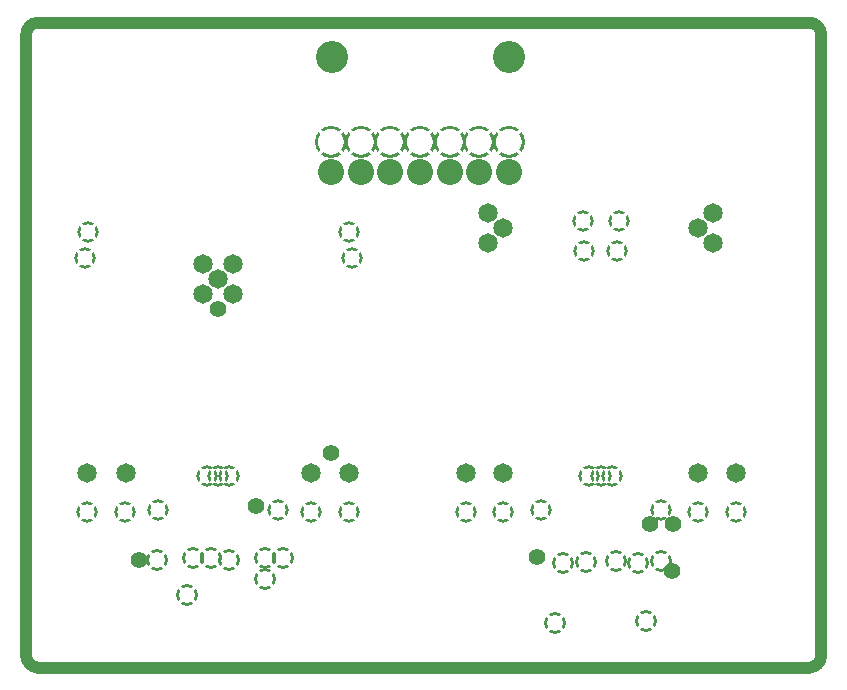
<source format=gbr>
%TF.GenerationSoftware,Altium Limited,Altium Designer,24.1.2 (44)*%
G04 Layer_Physical_Order=3*
G04 Layer_Color=128*
%FSLAX45Y45*%
%MOMM*%
%TF.SameCoordinates,52D7BD39-7FF0-4AB0-A2C0-E3239692A872*%
%TF.FilePolarity,Negative*%
%TF.FileFunction,Copper,L3,Inr,Plane*%
%TF.Part,Single*%
G01*
G75*
%TA.AperFunction,NonConductor*%
%ADD37C,1.01600*%
%TA.AperFunction,ComponentPad*%
%ADD38C,2.21600*%
G04:AMPARAMS|DCode=39|XSize=2.724mm|YSize=2.724mm|CornerRadius=0mm|HoleSize=0mm|Usage=FLASHONLY|Rotation=0.000|XOffset=0mm|YOffset=0mm|HoleType=Round|Shape=Relief|Width=0.254mm|Gap=0.254mm|Entries=4|*
%AMTHD39*
7,0,0,2.72400,2.21600,0.25400,45*
%
%ADD39THD39*%
%ADD40C,2.71600*%
%TA.AperFunction,ViaPad*%
G04:AMPARAMS|DCode=41|XSize=1.905mm|YSize=1.905mm|CornerRadius=0mm|HoleSize=0mm|Usage=FLASHONLY|Rotation=0.000|XOffset=0mm|YOffset=0mm|HoleType=Round|Shape=Relief|Width=0.254mm|Gap=0.254mm|Entries=4|*
%AMTHD41*
7,0,0,1.90500,1.39700,0.25400,45*
%
%ADD41THD41*%
G04:AMPARAMS|DCode=42|XSize=1.8288mm|YSize=1.8288mm|CornerRadius=0mm|HoleSize=0mm|Usage=FLASHONLY|Rotation=0.000|XOffset=0mm|YOffset=0mm|HoleType=Round|Shape=Relief|Width=0.254mm|Gap=0.254mm|Entries=4|*
%AMTHD42*
7,0,0,1.82880,1.32080,0.25400,45*
%
%ADD42THD42*%
%ADD43C,1.65100*%
%ADD44C,1.39700*%
G04:AMPARAMS|DCode=45|XSize=1.824mm|YSize=1.824mm|CornerRadius=0mm|HoleSize=0mm|Usage=FLASHONLY|Rotation=0.000|XOffset=0mm|YOffset=0mm|HoleType=Round|Shape=Relief|Width=0.254mm|Gap=0.254mm|Entries=4|*
%AMTHD45*
7,0,0,1.82400,1.31600,0.25400,45*
%
%ADD45THD45*%
D37*
X9550400Y5905500D02*
G03*
X9652000Y5803900I101600J0D01*
G01*
X16179800D02*
G03*
X16281400Y5905500I0J101600D01*
G01*
Y11163300D02*
G03*
X16179800Y11264900I-101600J0D01*
G01*
X9652000D02*
G03*
X9550400Y11163300I0J-101600D01*
G01*
X9652000Y5803900D02*
X16179800D01*
X16281400Y5905500D02*
Y11163300D01*
X9652000Y11264900D02*
X16179800D01*
X9550400Y5905500D02*
Y11163300D01*
D38*
X12134800Y10000300D02*
D03*
X12384800D02*
D03*
X12634800D02*
D03*
X12884801D02*
D03*
X13134801D02*
D03*
X13384801D02*
D03*
X13634801D02*
D03*
D39*
X12134800Y10250300D02*
D03*
X12384800D02*
D03*
X12634800D02*
D03*
X12884801D02*
D03*
X13134801D02*
D03*
X13384801D02*
D03*
X13634801D02*
D03*
D40*
X13639799Y10972800D02*
D03*
X12142300D02*
D03*
D41*
X14795500Y6197600D02*
D03*
X14030991Y6183686D02*
D03*
X14922501Y6708100D02*
D03*
X14732001Y6688100D02*
D03*
X14097000D02*
D03*
X14287500Y6700750D02*
D03*
X14541499Y6705600D02*
D03*
X10655300Y6718300D02*
D03*
X10960100Y6730950D02*
D03*
X11112500Y6735800D02*
D03*
X11264900Y6718300D02*
D03*
X11570025Y6733300D02*
D03*
X11722100Y6735800D02*
D03*
X11569700Y6553200D02*
D03*
X10915700Y6419850D02*
D03*
D42*
X15239999Y7124700D02*
D03*
X12281300Y9491226D02*
D03*
X14922501Y7140599D02*
D03*
X14262801Y9588500D02*
D03*
X14274800Y9334500D02*
D03*
X14554201D02*
D03*
X14566200Y9588500D02*
D03*
X15557500Y7124700D02*
D03*
X13271500D02*
D03*
X13589000D02*
D03*
X13906500Y7139700D02*
D03*
X10067549Y7124700D02*
D03*
X10390275D02*
D03*
X10668000Y7139700D02*
D03*
X11684000D02*
D03*
X11961725Y7124700D02*
D03*
X12284451D02*
D03*
X10045700Y9271000D02*
D03*
X10070700Y9491225D02*
D03*
X12306300Y9271000D02*
D03*
D43*
X15241675Y7454900D02*
D03*
X15559175D02*
D03*
X13590675D02*
D03*
X13273175D02*
D03*
X10391949D02*
D03*
X10069224D02*
D03*
X11963400D02*
D03*
X12280900D02*
D03*
X11303000Y9220200D02*
D03*
X11049000D02*
D03*
X11176000Y9093200D02*
D03*
X11049000Y8966200D02*
D03*
X11303000D02*
D03*
X15367000Y9398000D02*
D03*
X15239999Y9525000D02*
D03*
X15367000Y9652000D02*
D03*
X13462000Y9398000D02*
D03*
X13589000Y9525000D02*
D03*
X13462000Y9652000D02*
D03*
D44*
X12128500Y7620000D02*
D03*
X11493500Y7175500D02*
D03*
X15019945Y6624665D02*
D03*
X13874046Y6740045D02*
D03*
X14833600Y7023100D02*
D03*
X15024100D02*
D03*
X10502900Y6718300D02*
D03*
X11176000Y8839200D02*
D03*
D45*
X11271000Y7429500D02*
D03*
X11176000D02*
D03*
X11081000D02*
D03*
X14414500D02*
D03*
X14509500D02*
D03*
X14319501D02*
D03*
%TF.MD5,cd814a35ee724d56973e8e0fff100f48*%
M02*

</source>
